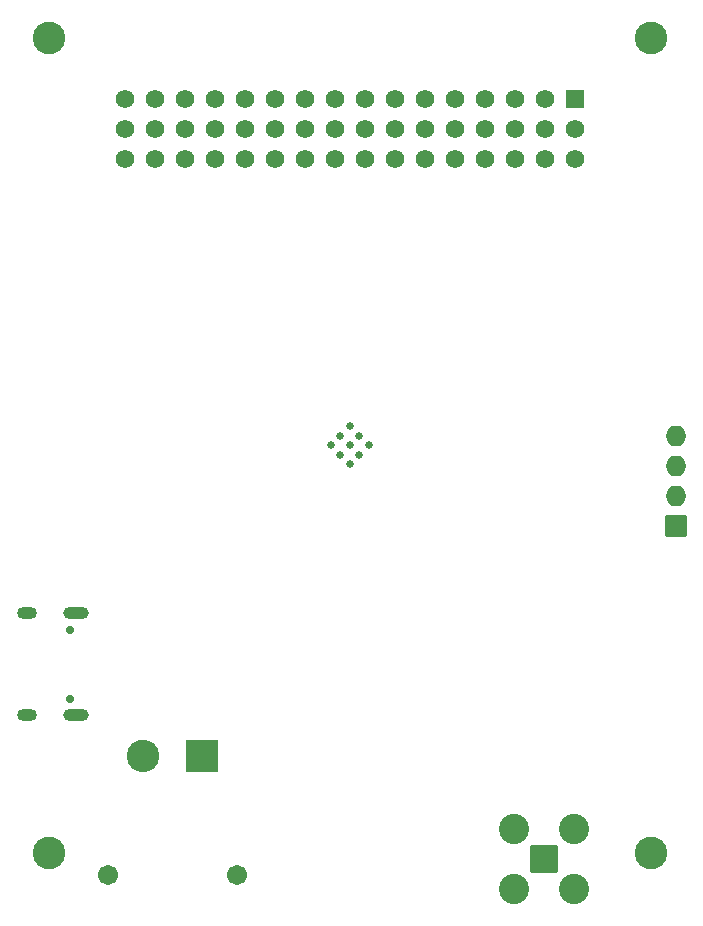
<source format=gbr>
G04 #@! TF.GenerationSoftware,KiCad,Pcbnew,8.0.4*
G04 #@! TF.CreationDate,2024-08-14T20:28:55-04:00*
G04 #@! TF.ProjectId,RP2350_80QFN_minimal,52503233-3530-45f3-9830-51464e5f6d69,REV3*
G04 #@! TF.SameCoordinates,Original*
G04 #@! TF.FileFunction,Soldermask,Bot*
G04 #@! TF.FilePolarity,Negative*
%FSLAX46Y46*%
G04 Gerber Fmt 4.6, Leading zero omitted, Abs format (unit mm)*
G04 Created by KiCad (PCBNEW 8.0.4) date 2024-08-14 20:28:55*
%MOMM*%
%LPD*%
G01*
G04 APERTURE LIST*
G04 Aperture macros list*
%AMRoundRect*
0 Rectangle with rounded corners*
0 $1 Rounding radius*
0 $2 $3 $4 $5 $6 $7 $8 $9 X,Y pos of 4 corners*
0 Add a 4 corners polygon primitive as box body*
4,1,4,$2,$3,$4,$5,$6,$7,$8,$9,$2,$3,0*
0 Add four circle primitives for the rounded corners*
1,1,$1+$1,$2,$3*
1,1,$1+$1,$4,$5*
1,1,$1+$1,$6,$7*
1,1,$1+$1,$8,$9*
0 Add four rect primitives between the rounded corners*
20,1,$1+$1,$2,$3,$4,$5,0*
20,1,$1+$1,$4,$5,$6,$7,0*
20,1,$1+$1,$6,$7,$8,$9,0*
20,1,$1+$1,$8,$9,$2,$3,0*%
G04 Aperture macros list end*
%ADD10RoundRect,0.030000X0.850000X0.850000X-0.850000X0.850000X-0.850000X-0.850000X0.850000X-0.850000X0*%
%ADD11O,1.760000X1.760000*%
%ADD12C,1.712000*%
%ADD13C,2.754000*%
%ADD14RoundRect,0.102000X1.275000X1.275000X-1.275000X1.275000X-1.275000X-1.275000X1.275000X-1.275000X0*%
%ADD15C,0.660000*%
%ADD16RoundRect,0.205320X0.974680X0.974680X-0.974680X0.974680X-0.974680X-0.974680X0.974680X-0.974680X0*%
%ADD17C,2.560000*%
%ADD18RoundRect,0.102000X0.685000X0.685000X-0.685000X0.685000X-0.685000X-0.685000X0.685000X-0.685000X0*%
%ADD19C,1.574000*%
%ADD20C,0.710000*%
%ADD21O,2.160000X1.060000*%
%ADD22O,1.660000X1.060000*%
%ADD23C,2.760000*%
G04 APERTURE END LIST*
D10*
X177040000Y-95140000D03*
D11*
X177040000Y-92600000D03*
X177040000Y-90060000D03*
X177040000Y-87520000D03*
D12*
X139940000Y-124634250D03*
X128940000Y-124634250D03*
D13*
X131940000Y-114634250D03*
D14*
X136940000Y-114634250D03*
D15*
X149454859Y-89882331D03*
X150256246Y-89080943D03*
X151057634Y-88279556D03*
X148653472Y-89080943D03*
X149454859Y-88279556D03*
X150256246Y-87478169D03*
X147852084Y-88279556D03*
X148653472Y-87478169D03*
X149454859Y-86676781D03*
D16*
X165900000Y-123300000D03*
D17*
X168440000Y-125840000D03*
X168440000Y-120760000D03*
X163360000Y-125840000D03*
X163360000Y-120760000D03*
D18*
X168480000Y-58940000D03*
D19*
X168480000Y-61480000D03*
X168480000Y-64020000D03*
X165940000Y-58940000D03*
X165940000Y-61480000D03*
X165940000Y-64020000D03*
X163400000Y-58940000D03*
X163400000Y-61480000D03*
X163400000Y-64020000D03*
X160860000Y-58940000D03*
X160860000Y-61480000D03*
X160860000Y-64020000D03*
X158320000Y-58940000D03*
X158320000Y-61480000D03*
X158320000Y-64020000D03*
X155780000Y-58940000D03*
X155780000Y-61480000D03*
X155780000Y-64020000D03*
X153240000Y-58940000D03*
X153240000Y-61480000D03*
X153240000Y-64020000D03*
X150700000Y-58940000D03*
X150700000Y-61480000D03*
X150700000Y-64020000D03*
X148160000Y-58940000D03*
X148160000Y-61480000D03*
X148160000Y-64020000D03*
X145620000Y-58940000D03*
X145620000Y-61480000D03*
X145620000Y-64020000D03*
X143080000Y-58940000D03*
X143080000Y-61480000D03*
X143080000Y-64020000D03*
X140540000Y-58940000D03*
X140540000Y-61480000D03*
X140540000Y-64020000D03*
X138000000Y-58940000D03*
X138000000Y-61480000D03*
X138000000Y-64020000D03*
X135460000Y-58940000D03*
X135460000Y-61480000D03*
X135460000Y-64020000D03*
X132920000Y-58940000D03*
X132920000Y-61480000D03*
X132920000Y-64020000D03*
X130380000Y-58940000D03*
X130380000Y-61480000D03*
X130380000Y-64020000D03*
D20*
X125730000Y-103950000D03*
X125730000Y-109730000D03*
D21*
X126260000Y-102520000D03*
D22*
X122080000Y-102520000D03*
D21*
X126260000Y-111160000D03*
D22*
X122080000Y-111160000D03*
D23*
X123940000Y-53840000D03*
X174940000Y-53840000D03*
X174940000Y-122840000D03*
X123940000Y-122840000D03*
M02*

</source>
